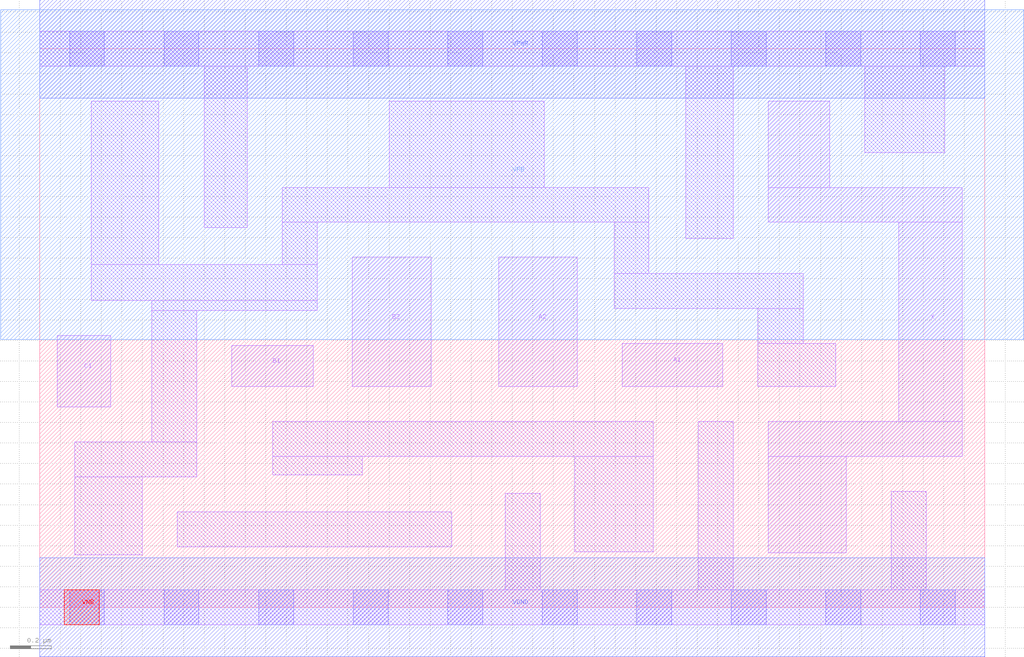
<source format=lef>
# Copyright 2020 The SkyWater PDK Authors
#
# Licensed under the Apache License, Version 2.0 (the "License");
# you may not use this file except in compliance with the License.
# You may obtain a copy of the License at
#
#     https://www.apache.org/licenses/LICENSE-2.0
#
# Unless required by applicable law or agreed to in writing, software
# distributed under the License is distributed on an "AS IS" BASIS,
# WITHOUT WARRANTIES OR CONDITIONS OF ANY KIND, either express or implied.
# See the License for the specific language governing permissions and
# limitations under the License.
#
# SPDX-License-Identifier: Apache-2.0

VERSION 5.7 ;
  NOWIREEXTENSIONATPIN ON ;
  DIVIDERCHAR "/" ;
  BUSBITCHARS "[]" ;
PROPERTYDEFINITIONS
  MACRO maskLayoutSubType STRING ;
  MACRO prCellType STRING ;
  MACRO originalViewName STRING ;
END PROPERTYDEFINITIONS
MACRO sky130_fd_sc_hdll__o221a_2
  CLASS CORE ;
  FOREIGN sky130_fd_sc_hdll__o221a_2 ;
  ORIGIN  0.000000  0.000000 ;
  SIZE  4.600000 BY  2.720000 ;
  SYMMETRY X Y R90 ;
  SITE unithd ;
  PIN A1
    ANTENNAGATEAREA  0.277500 ;
    DIRECTION INPUT ;
    USE SIGNAL ;
    PORT
      LAYER li1 ;
        RECT 2.835000 1.075000 3.325000 1.285000 ;
    END
  END A1
  PIN A2
    ANTENNAGATEAREA  0.277500 ;
    DIRECTION INPUT ;
    USE SIGNAL ;
    PORT
      LAYER li1 ;
        RECT 2.235000 1.075000 2.615000 1.705000 ;
    END
  END A2
  PIN B1
    ANTENNAGATEAREA  0.277500 ;
    DIRECTION INPUT ;
    USE SIGNAL ;
    PORT
      LAYER li1 ;
        RECT 0.935000 1.075000 1.330000 1.275000 ;
    END
  END B1
  PIN B2
    ANTENNAGATEAREA  0.277500 ;
    DIRECTION INPUT ;
    USE SIGNAL ;
    PORT
      LAYER li1 ;
        RECT 1.520000 1.075000 1.905000 1.705000 ;
    END
  END B2
  PIN C1
    ANTENNAGATEAREA  0.277500 ;
    DIRECTION INPUT ;
    USE SIGNAL ;
    PORT
      LAYER li1 ;
        RECT 0.085000 0.975000 0.345000 1.325000 ;
    END
  END C1
  PIN VGND
    ANTENNADIFFAREA  0.546000 ;
    DIRECTION INOUT ;
    USE SIGNAL ;
    PORT
      LAYER met1 ;
        RECT 0.000000 -0.240000 4.600000 0.240000 ;
    END
  END VGND
  PIN VPWR
    ANTENNADIFFAREA  0.970000 ;
    DIRECTION INOUT ;
    USE SIGNAL ;
    PORT
      LAYER met1 ;
        RECT 0.000000 2.480000 4.600000 2.960000 ;
    END
  END VPWR
  PIN X
    ANTENNADIFFAREA  0.530500 ;
    DIRECTION OUTPUT ;
    USE SIGNAL ;
    PORT
      LAYER li1 ;
        RECT 3.545000 0.265000 3.925000 0.735000 ;
        RECT 3.545000 0.735000 4.490000 0.905000 ;
        RECT 3.545000 1.875000 4.490000 2.045000 ;
        RECT 3.545000 2.045000 3.845000 2.465000 ;
        RECT 4.180000 0.905000 4.490000 1.875000 ;
    END
  END X
  PIN VNB
    DIRECTION INOUT ;
    USE GROUND ;
    PORT
      LAYER pwell ;
        RECT 0.120000 -0.085000 0.290000 0.085000 ;
    END
  END VNB
  PIN VPB
    DIRECTION INOUT ;
    USE POWER ;
    PORT
      LAYER nwell ;
        RECT -0.190000 1.305000 4.790000 2.910000 ;
    END
  END VPB
  OBS
    LAYER li1 ;
      RECT 0.000000 -0.085000 4.600000 0.085000 ;
      RECT 0.000000  2.635000 4.600000 2.805000 ;
      RECT 0.170000  0.255000 0.500000 0.635000 ;
      RECT 0.170000  0.635000 0.765000 0.805000 ;
      RECT 0.250000  1.495000 1.350000 1.670000 ;
      RECT 0.250000  1.670000 0.580000 2.465000 ;
      RECT 0.545000  0.805000 0.765000 1.445000 ;
      RECT 0.545000  1.445000 1.350000 1.495000 ;
      RECT 0.670000  0.295000 2.005000 0.465000 ;
      RECT 0.800000  1.850000 1.010000 2.635000 ;
      RECT 1.135000  0.645000 1.570000 0.735000 ;
      RECT 1.135000  0.735000 2.985000 0.905000 ;
      RECT 1.180000  1.670000 1.350000 1.875000 ;
      RECT 1.180000  1.875000 2.965000 2.045000 ;
      RECT 1.700000  2.045000 2.455000 2.465000 ;
      RECT 2.265000  0.085000 2.435000 0.555000 ;
      RECT 2.605000  0.270000 2.985000 0.735000 ;
      RECT 2.795000  1.455000 3.715000 1.625000 ;
      RECT 2.795000  1.625000 2.965000 1.875000 ;
      RECT 3.145000  1.795000 3.375000 2.635000 ;
      RECT 3.205000  0.085000 3.375000 0.905000 ;
      RECT 3.495000  1.075000 3.875000 1.285000 ;
      RECT 3.495000  1.285000 3.715000 1.455000 ;
      RECT 4.015000  2.215000 4.405000 2.635000 ;
      RECT 4.145000  0.085000 4.315000 0.565000 ;
    LAYER mcon ;
      RECT 0.145000 -0.085000 0.315000 0.085000 ;
      RECT 0.145000  2.635000 0.315000 2.805000 ;
      RECT 0.605000 -0.085000 0.775000 0.085000 ;
      RECT 0.605000  2.635000 0.775000 2.805000 ;
      RECT 1.065000 -0.085000 1.235000 0.085000 ;
      RECT 1.065000  2.635000 1.235000 2.805000 ;
      RECT 1.525000 -0.085000 1.695000 0.085000 ;
      RECT 1.525000  2.635000 1.695000 2.805000 ;
      RECT 1.985000 -0.085000 2.155000 0.085000 ;
      RECT 1.985000  2.635000 2.155000 2.805000 ;
      RECT 2.445000 -0.085000 2.615000 0.085000 ;
      RECT 2.445000  2.635000 2.615000 2.805000 ;
      RECT 2.905000 -0.085000 3.075000 0.085000 ;
      RECT 2.905000  2.635000 3.075000 2.805000 ;
      RECT 3.365000 -0.085000 3.535000 0.085000 ;
      RECT 3.365000  2.635000 3.535000 2.805000 ;
      RECT 3.825000 -0.085000 3.995000 0.085000 ;
      RECT 3.825000  2.635000 3.995000 2.805000 ;
      RECT 4.285000 -0.085000 4.455000 0.085000 ;
      RECT 4.285000  2.635000 4.455000 2.805000 ;
  END
  PROPERTY maskLayoutSubType "abstract" ;
  PROPERTY prCellType "standard" ;
  PROPERTY originalViewName "layout" ;
END sky130_fd_sc_hdll__o221a_2
END LIBRARY

</source>
